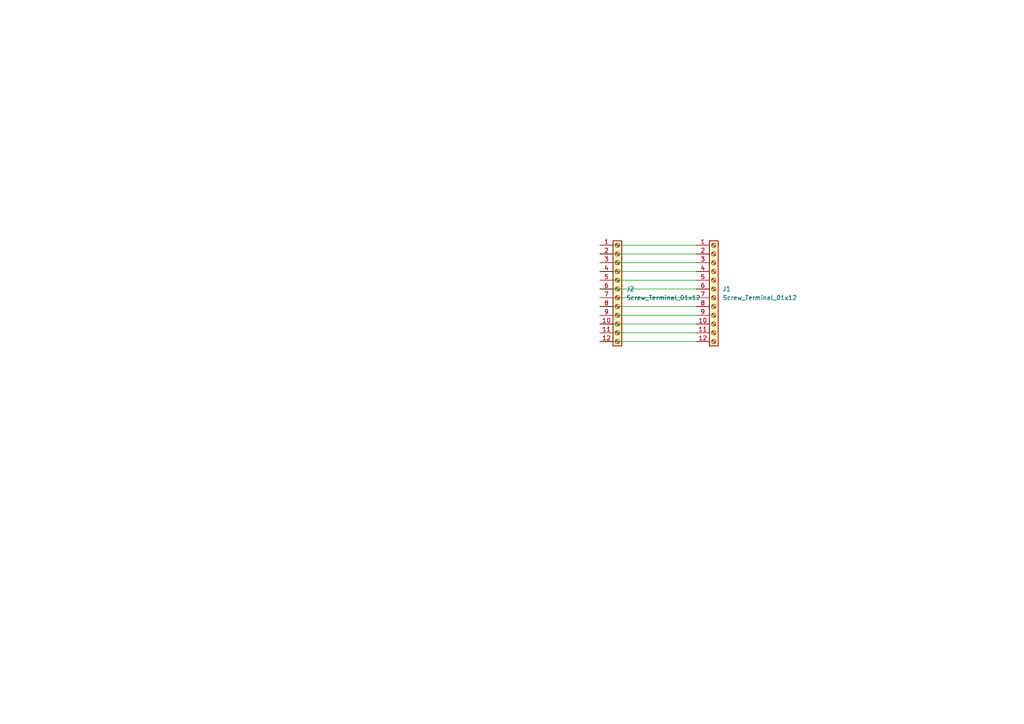
<source format=kicad_sch>
(kicad_sch (version 20230121) (generator eeschema)

  (uuid 2a2db852-bf0f-42b3-bf43-4cef8e173404)

  (paper "A4")

  (lib_symbols
    (symbol "Connector:Screw_Terminal_01x12" (pin_names (offset 1.016) hide) (in_bom yes) (on_board yes)
      (property "Reference" "J" (at 0 15.24 0)
        (effects (font (size 1.27 1.27)))
      )
      (property "Value" "Screw_Terminal_01x12" (at 0 -17.78 0)
        (effects (font (size 1.27 1.27)))
      )
      (property "Footprint" "" (at 0 0 0)
        (effects (font (size 1.27 1.27)) hide)
      )
      (property "Datasheet" "~" (at 0 0 0)
        (effects (font (size 1.27 1.27)) hide)
      )
      (property "ki_keywords" "screw terminal" (at 0 0 0)
        (effects (font (size 1.27 1.27)) hide)
      )
      (property "ki_description" "Generic screw terminal, single row, 01x12, script generated (kicad-library-utils/schlib/autogen/connector/)" (at 0 0 0)
        (effects (font (size 1.27 1.27)) hide)
      )
      (property "ki_fp_filters" "TerminalBlock*:*" (at 0 0 0)
        (effects (font (size 1.27 1.27)) hide)
      )
      (symbol "Screw_Terminal_01x12_1_1"
        (rectangle (start -1.27 13.97) (end 1.27 -16.51)
          (stroke (width 0.254) (type default))
          (fill (type background))
        )
        (circle (center 0 -15.24) (radius 0.635)
          (stroke (width 0.1524) (type default))
          (fill (type none))
        )
        (circle (center 0 -12.7) (radius 0.635)
          (stroke (width 0.1524) (type default))
          (fill (type none))
        )
        (circle (center 0 -10.16) (radius 0.635)
          (stroke (width 0.1524) (type default))
          (fill (type none))
        )
        (circle (center 0 -7.62) (radius 0.635)
          (stroke (width 0.1524) (type default))
          (fill (type none))
        )
        (circle (center 0 -5.08) (radius 0.635)
          (stroke (width 0.1524) (type default))
          (fill (type none))
        )
        (circle (center 0 -2.54) (radius 0.635)
          (stroke (width 0.1524) (type default))
          (fill (type none))
        )
        (polyline
          (pts
            (xy -0.5334 -14.9098)
            (xy 0.3302 -15.748)
          )
          (stroke (width 0.1524) (type default))
          (fill (type none))
        )
        (polyline
          (pts
            (xy -0.5334 -12.3698)
            (xy 0.3302 -13.208)
          )
          (stroke (width 0.1524) (type default))
          (fill (type none))
        )
        (polyline
          (pts
            (xy -0.5334 -9.8298)
            (xy 0.3302 -10.668)
          )
          (stroke (width 0.1524) (type default))
          (fill (type none))
        )
        (polyline
          (pts
            (xy -0.5334 -7.2898)
            (xy 0.3302 -8.128)
          )
          (stroke (width 0.1524) (type default))
          (fill (type none))
        )
        (polyline
          (pts
            (xy -0.5334 -4.7498)
            (xy 0.3302 -5.588)
          )
          (stroke (width 0.1524) (type default))
          (fill (type none))
        )
        (polyline
          (pts
            (xy -0.5334 -2.2098)
            (xy 0.3302 -3.048)
          )
          (stroke (width 0.1524) (type default))
          (fill (type none))
        )
        (polyline
          (pts
            (xy -0.5334 0.3302)
            (xy 0.3302 -0.508)
          )
          (stroke (width 0.1524) (type default))
          (fill (type none))
        )
        (polyline
          (pts
            (xy -0.5334 2.8702)
            (xy 0.3302 2.032)
          )
          (stroke (width 0.1524) (type default))
          (fill (type none))
        )
        (polyline
          (pts
            (xy -0.5334 5.4102)
            (xy 0.3302 4.572)
          )
          (stroke (width 0.1524) (type default))
          (fill (type none))
        )
        (polyline
          (pts
            (xy -0.5334 7.9502)
            (xy 0.3302 7.112)
          )
          (stroke (width 0.1524) (type default))
          (fill (type none))
        )
        (polyline
          (pts
            (xy -0.5334 10.4902)
            (xy 0.3302 9.652)
          )
          (stroke (width 0.1524) (type default))
          (fill (type none))
        )
        (polyline
          (pts
            (xy -0.5334 13.0302)
            (xy 0.3302 12.192)
          )
          (stroke (width 0.1524) (type default))
          (fill (type none))
        )
        (polyline
          (pts
            (xy -0.3556 -14.732)
            (xy 0.508 -15.5702)
          )
          (stroke (width 0.1524) (type default))
          (fill (type none))
        )
        (polyline
          (pts
            (xy -0.3556 -12.192)
            (xy 0.508 -13.0302)
          )
          (stroke (width 0.1524) (type default))
          (fill (type none))
        )
        (polyline
          (pts
            (xy -0.3556 -9.652)
            (xy 0.508 -10.4902)
          )
          (stroke (width 0.1524) (type default))
          (fill (type none))
        )
        (polyline
          (pts
            (xy -0.3556 -7.112)
            (xy 0.508 -7.9502)
          )
          (stroke (width 0.1524) (type default))
          (fill (type none))
        )
        (polyline
          (pts
            (xy -0.3556 -4.572)
            (xy 0.508 -5.4102)
          )
          (stroke (width 0.1524) (type default))
          (fill (type none))
        )
        (polyline
          (pts
            (xy -0.3556 -2.032)
            (xy 0.508 -2.8702)
          )
          (stroke (width 0.1524) (type default))
          (fill (type none))
        )
        (polyline
          (pts
            (xy -0.3556 0.508)
            (xy 0.508 -0.3302)
          )
          (stroke (width 0.1524) (type default))
          (fill (type none))
        )
        (polyline
          (pts
            (xy -0.3556 3.048)
            (xy 0.508 2.2098)
          )
          (stroke (width 0.1524) (type default))
          (fill (type none))
        )
        (polyline
          (pts
            (xy -0.3556 5.588)
            (xy 0.508 4.7498)
          )
          (stroke (width 0.1524) (type default))
          (fill (type none))
        )
        (polyline
          (pts
            (xy -0.3556 8.128)
            (xy 0.508 7.2898)
          )
          (stroke (width 0.1524) (type default))
          (fill (type none))
        )
        (polyline
          (pts
            (xy -0.3556 10.668)
            (xy 0.508 9.8298)
          )
          (stroke (width 0.1524) (type default))
          (fill (type none))
        )
        (polyline
          (pts
            (xy -0.3556 13.208)
            (xy 0.508 12.3698)
          )
          (stroke (width 0.1524) (type default))
          (fill (type none))
        )
        (circle (center 0 0) (radius 0.635)
          (stroke (width 0.1524) (type default))
          (fill (type none))
        )
        (circle (center 0 2.54) (radius 0.635)
          (stroke (width 0.1524) (type default))
          (fill (type none))
        )
        (circle (center 0 5.08) (radius 0.635)
          (stroke (width 0.1524) (type default))
          (fill (type none))
        )
        (circle (center 0 7.62) (radius 0.635)
          (stroke (width 0.1524) (type default))
          (fill (type none))
        )
        (circle (center 0 10.16) (radius 0.635)
          (stroke (width 0.1524) (type default))
          (fill (type none))
        )
        (circle (center 0 12.7) (radius 0.635)
          (stroke (width 0.1524) (type default))
          (fill (type none))
        )
        (pin passive line (at -5.08 12.7 0) (length 3.81)
          (name "Pin_1" (effects (font (size 1.27 1.27))))
          (number "1" (effects (font (size 1.27 1.27))))
        )
        (pin passive line (at -5.08 -10.16 0) (length 3.81)
          (name "Pin_10" (effects (font (size 1.27 1.27))))
          (number "10" (effects (font (size 1.27 1.27))))
        )
        (pin passive line (at -5.08 -12.7 0) (length 3.81)
          (name "Pin_11" (effects (font (size 1.27 1.27))))
          (number "11" (effects (font (size 1.27 1.27))))
        )
        (pin passive line (at -5.08 -15.24 0) (length 3.81)
          (name "Pin_12" (effects (font (size 1.27 1.27))))
          (number "12" (effects (font (size 1.27 1.27))))
        )
        (pin passive line (at -5.08 10.16 0) (length 3.81)
          (name "Pin_2" (effects (font (size 1.27 1.27))))
          (number "2" (effects (font (size 1.27 1.27))))
        )
        (pin passive line (at -5.08 7.62 0) (length 3.81)
          (name "Pin_3" (effects (font (size 1.27 1.27))))
          (number "3" (effects (font (size 1.27 1.27))))
        )
        (pin passive line (at -5.08 5.08 0) (length 3.81)
          (name "Pin_4" (effects (font (size 1.27 1.27))))
          (number "4" (effects (font (size 1.27 1.27))))
        )
        (pin passive line (at -5.08 2.54 0) (length 3.81)
          (name "Pin_5" (effects (font (size 1.27 1.27))))
          (number "5" (effects (font (size 1.27 1.27))))
        )
        (pin passive line (at -5.08 0 0) (length 3.81)
          (name "Pin_6" (effects (font (size 1.27 1.27))))
          (number "6" (effects (font (size 1.27 1.27))))
        )
        (pin passive line (at -5.08 -2.54 0) (length 3.81)
          (name "Pin_7" (effects (font (size 1.27 1.27))))
          (number "7" (effects (font (size 1.27 1.27))))
        )
        (pin passive line (at -5.08 -5.08 0) (length 3.81)
          (name "Pin_8" (effects (font (size 1.27 1.27))))
          (number "8" (effects (font (size 1.27 1.27))))
        )
        (pin passive line (at -5.08 -7.62 0) (length 3.81)
          (name "Pin_9" (effects (font (size 1.27 1.27))))
          (number "9" (effects (font (size 1.27 1.27))))
        )
      )
    )
  )


  (wire (pts (xy 173.99 99.06) (xy 201.93 99.06))
    (stroke (width 0) (type default))
    (uuid 04d79cd7-708a-4111-9ae7-976ad44e43c1)
  )
  (wire (pts (xy 173.99 83.82) (xy 201.93 83.82))
    (stroke (width 0) (type default))
    (uuid 2203a207-362c-4aac-b50f-6880fc8cdeff)
  )
  (wire (pts (xy 173.99 81.28) (xy 201.93 81.28))
    (stroke (width 0) (type default))
    (uuid 2452e8b9-2bfc-44e4-ad1d-2880fa2b7857)
  )
  (wire (pts (xy 173.99 96.52) (xy 201.93 96.52))
    (stroke (width 0) (type default))
    (uuid 47ce8a74-6e96-4661-b899-e628c7e66fbc)
  )
  (wire (pts (xy 173.99 78.74) (xy 201.93 78.74))
    (stroke (width 0) (type default))
    (uuid 75bedf93-9299-439d-9142-afe123928ae5)
  )
  (wire (pts (xy 173.99 76.2) (xy 201.93 76.2))
    (stroke (width 0) (type default))
    (uuid 7e3c5df6-ca42-46f8-9179-5be502547c5f)
  )
  (wire (pts (xy 173.99 91.44) (xy 201.93 91.44))
    (stroke (width 0) (type default))
    (uuid 8f98857f-b3d5-412d-8163-bb59ad9ecc2b)
  )
  (wire (pts (xy 173.99 88.9) (xy 201.93 88.9))
    (stroke (width 0) (type default))
    (uuid 90459a6c-2c51-4e83-a448-ddd989701911)
  )
  (wire (pts (xy 173.99 93.98) (xy 201.93 93.98))
    (stroke (width 0) (type default))
    (uuid a4409be9-ee14-4efe-b5d2-4f9543b3cf88)
  )
  (wire (pts (xy 173.99 73.66) (xy 201.93 73.66))
    (stroke (width 0) (type default))
    (uuid aebba753-b215-4bd6-9a94-71b983963c26)
  )
  (wire (pts (xy 173.99 71.12) (xy 201.93 71.12))
    (stroke (width 0) (type default))
    (uuid cc3eb711-e02a-424f-b85d-f98a058f5f08)
  )
  (wire (pts (xy 173.99 86.36) (xy 201.93 86.36))
    (stroke (width 0) (type default))
    (uuid ce911207-0596-497b-88e4-d0ff576df8dc)
  )

  (symbol (lib_id "Connector:Screw_Terminal_01x12") (at 207.01 83.82 0) (unit 1)
    (in_bom yes) (on_board yes) (dnp no) (fields_autoplaced)
    (uuid 041687ef-7312-4160-a700-c00b0c1e7738)
    (property "Reference" "J1" (at 209.55 83.82 0)
      (effects (font (size 1.27 1.27)) (justify left))
    )
    (property "Value" "Screw_Terminal_01x12" (at 209.55 86.36 0)
      (effects (font (size 1.27 1.27)) (justify left))
    )
    (property "Footprint" "Connector_PinSocket_2.54mm:PinSocket_1x12_P2.54mm_Vertical" (at 207.01 83.82 0)
      (effects (font (size 1.27 1.27)) hide)
    )
    (property "Datasheet" "~" (at 207.01 83.82 0)
      (effects (font (size 1.27 1.27)) hide)
    )
    (pin "1" (uuid c9506e18-2699-4d47-8035-ac262a124301))
    (pin "10" (uuid f0bf7811-181c-485a-9699-4722d0c2a2ab))
    (pin "11" (uuid 265e0bed-a392-4fd0-bd2c-6a851095732e))
    (pin "12" (uuid 14d69ac8-f61f-4e1f-87fd-bd59ea02e380))
    (pin "2" (uuid 0cf827b0-d60d-4324-87e5-5d840ec1488b))
    (pin "3" (uuid da8f92ac-65cf-4d03-b29b-2e065409f1e3))
    (pin "4" (uuid 531e22df-53fd-4ef9-968b-d9d16ce01f53))
    (pin "5" (uuid a5edfa6a-bdbe-4559-95cd-277a7f5eab1e))
    (pin "6" (uuid 93498e62-033b-4517-a861-1a383eaa9a63))
    (pin "7" (uuid 1050a0d4-e8ea-4c2a-a889-16a0fde252b5))
    (pin "8" (uuid 756eae8a-5051-4c1e-94e6-9a0da11493b4))
    (pin "9" (uuid 1d6bca44-eb91-4a83-9024-f7fdb95fddf2))
    (instances
      (project "lorapcbparaleloproto"
        (path "/2a2db852-bf0f-42b3-bf43-4cef8e173404"
          (reference "J1") (unit 1)
        )
      )
    )
  )

  (symbol (lib_id "Connector:Screw_Terminal_01x12") (at 179.07 83.82 0) (unit 1)
    (in_bom yes) (on_board yes) (dnp no) (fields_autoplaced)
    (uuid 6660493e-5232-44cf-bc4d-e0e0e10817da)
    (property "Reference" "J2" (at 181.61 83.82 0)
      (effects (font (size 1.27 1.27)) (justify left))
    )
    (property "Value" "Screw_Terminal_01x12" (at 181.61 86.36 0)
      (effects (font (size 1.27 1.27)) (justify left))
    )
    (property "Footprint" "Connector_PinSocket_2.54mm:PinSocket_1x12_P2.54mm_Vertical" (at 179.07 83.82 0)
      (effects (font (size 1.27 1.27)) hide)
    )
    (property "Datasheet" "~" (at 179.07 83.82 0)
      (effects (font (size 1.27 1.27)) hide)
    )
    (pin "1" (uuid 66945e0d-ad5c-4025-a41e-66f208e04abf))
    (pin "10" (uuid cbe2a7cf-5366-480e-975f-9c616b290606))
    (pin "11" (uuid f546d174-07de-439b-a782-363d19235268))
    (pin "12" (uuid ae6c7dc3-ce34-49c9-9bd6-3c8c601fc09f))
    (pin "2" (uuid 69e2326d-6928-4a70-96d7-459def76a65a))
    (pin "3" (uuid 98ab9e06-1ac2-4c29-8d58-eb15fb5db438))
    (pin "4" (uuid 7a5e558a-6bfe-4a9e-8d7f-e1f649d67f7b))
    (pin "5" (uuid 8ad97ae4-5e55-418d-939d-08a39b980629))
    (pin "6" (uuid f35dfce9-2269-4c38-8eaa-2b707dff4492))
    (pin "7" (uuid 15a2700a-c79e-4fe8-8a8c-0b7d441157bb))
    (pin "8" (uuid a983edb7-e165-4387-b1b6-3b4a9dce9279))
    (pin "9" (uuid b2eb958d-e3e7-422c-b52b-f13aa3aa35da))
    (instances
      (project "lorapcbparaleloproto"
        (path "/2a2db852-bf0f-42b3-bf43-4cef8e173404"
          (reference "J2") (unit 1)
        )
      )
    )
  )

  (sheet_instances
    (path "/" (page "1"))
  )
)

</source>
